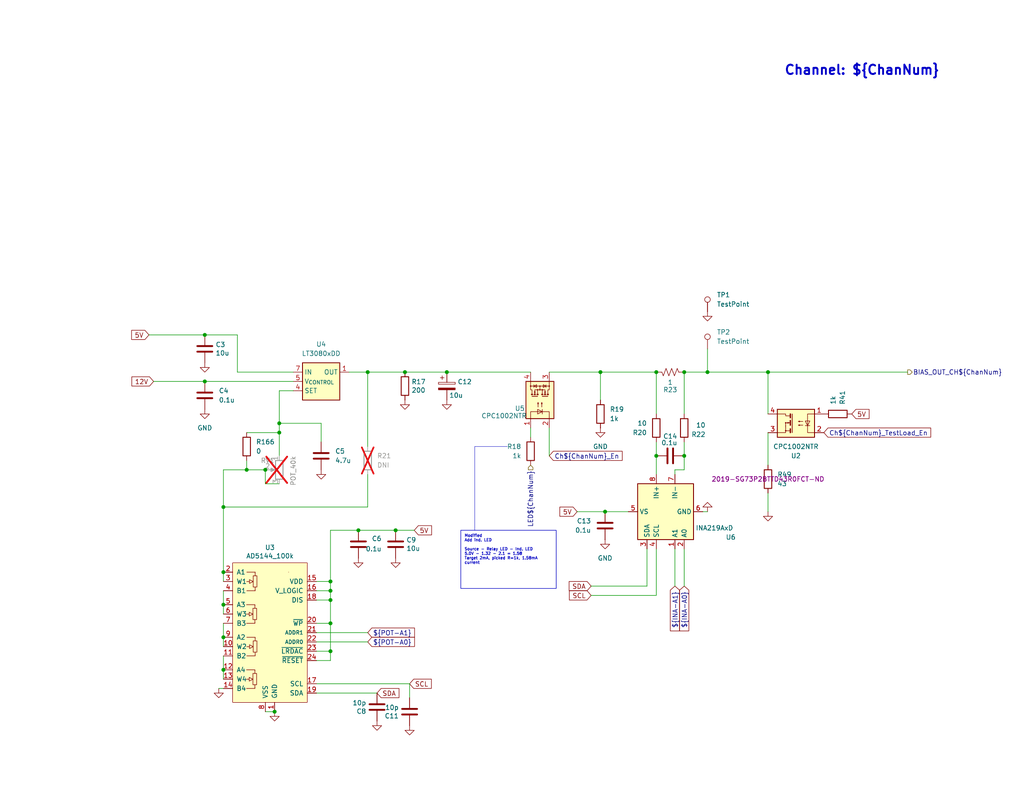
<source format=kicad_sch>
(kicad_sch (version 20250114) (generator "eeschema") (generator_version "9.0")
  (paper "USLetter")
  (title_block (title "PrimecamLNABiasPotVreg") (rev "3.0") (company "Arizona State University"))
  (lib_symbols
    (symbol "10p_1" (pin_numbers (hide yes)) (pin_names (offset 0.254))
      (property "Reference" "C" (at 0.635 2.54 0))
      (property "Value" "10p_1" (at 0.635 -2.54 0))
      (symbol "10p_1_1_1"
        (pin passive line (at 0 3.81 270) (length 2.794) (name "~") (number "1"))
        (pin passive line (at 0 -3.81 90) (length 2.794) (name "~") (number "2"))
      )
    )
    (symbol "10p_2" (pin_numbers (hide yes)) (pin_names (offset 0.254))
      (property "Reference" "C" (at 0.635 2.54 0))
      (property "Value" "10p_2" (at 0.635 -2.54 0))
      (symbol "10p_2_1_1"
        (pin passive line (at 0 3.81 270) (length 2.794) (name "~") (number "1"))
        (pin passive line (at 0 -3.81 90) (length 2.794) (name "~") (number "2"))
      )
    )
    (symbol "10u_1" (pin_numbers (hide yes)) (pin_names (offset 0.254))
      (property "Reference" "C8" (at 0 2.54 0))
      (property "Value" "10u_1" (at 0 -2.54 0))
      (symbol "10u_1_1_1"
        (pin passive line (at 0 3.81 270) (length 2.794) (name "~") (number "1"))
        (pin passive line (at 0 -3.81 90) (length 2.794) (name "~") (number "2"))
      )
    )
    (symbol "AD5144_100k_1" (pin_names (offset 1.016))
      (property "Reference" "U3" (at 0 14.351 0))
      (property "Value" "AD5144_100k" (at 0 12.0396 0))
      (symbol "AD5144_100k_1_1_1"
        (pin power_in line (at -12.7 5.08 0) (length 2.54) (name "VDD") (number "15"))
        (pin input line (at -12.7 2.54 0) (length 2.54) (name "V_LOGIC") (number "16"))
        (pin input line (at -12.7 0 0) (length 2.54) (name "DIS") (number "18"))
        (pin input line (at -12.7 -6.35 0) (length 2.54) (name "~{WP}") (number "20"))
        (pin input line (at -12.7 -8.89 0) (length 2.54) (name "ADDR1") (number "21"))
        (pin input line (at -12.7 -11.43 0) (length 2.54) (name "ADDR0") (number "22"))
        (pin input line (at -12.7 -13.97 0) (length 2.54) (name "~{LRDAC}") (number "23"))
        (pin input line (at -12.7 -16.51 0) (length 2.54) (name "~{RESET}") (number "24"))
        (pin input line (at -12.7 -22.86 0) (length 2.54) (name "SCL") (number "17"))
        (pin input line (at -12.7 -25.4 0) (length 2.54) (name "SDA") (number "19"))
        (pin power_in line (at -1.27 -30.48 90) (length 2.54) (name "GND") (number "1"))
        (pin power_in line (at -1.27 -30.48 90) (length 2.54) (hide yes) (name "PAD") (number "25"))
        (pin power_in line (at 1.27 -30.48 90) (length 2.54) (name "VSS") (number "8"))
        (pin passive line (at 12.7 7.62 180) (length 2.54) (name "A1") (number "2"))
        (pin passive line (at 12.7 5.08 180) (length 2.54) (name "W1") (number "3"))
        (pin passive line (at 12.7 2.54 180) (length 2.54) (name "B1") (number "4"))
        (pin passive line (at 12.7 -1.27 180) (length 2.54) (name "A3") (number "5"))
        (pin passive line (at 12.7 -3.81 180) (length 2.54) (name "W3") (number "6"))
        (pin passive line (at 12.7 -6.35 180) (length 2.54) (name "B3") (number "7"))
        (pin passive line (at 12.7 -10.16 180) (length 2.54) (name "A2") (number "9"))
        (pin passive line (at 12.7 -12.7 180) (length 2.54) (name "W2") (number "10"))
        (pin passive line (at 12.7 -15.24 180) (length 2.54) (name "B2") (number "11"))
        (pin passive line (at 12.7 -19.05 180) (length 2.54) (name "A4") (number "12"))
        (pin passive line (at 12.7 -21.59 180) (length 2.54) (name "W4") (number "13"))
        (pin passive line (at 12.7 -24.13 180) (length 2.54) (name "B4") (number "14"))
      )
    )
    (symbol "ALPACA:12K" (pin_numbers (hide yes)) (pin_names (offset 0))
      (property "Reference" "R?" (at -5.2578 0 90))
      (property "Value" "12K" (at -2.9464 0 90))
      (symbol "12K_1_1"
        (pin passive line (at 0 3.81 270) (length 1.27) (name "~") (number "1"))
        (pin passive line (at 0 -3.81 90) (length 1.27) (name "~") (number "2"))
      )
    )
    (symbol "ALPACA:C_Polarized" (pin_numbers (hide yes)) (pin_names (offset 0.254))
      (property "Reference" "C" (at 0.635 2.54 0))
      (symbol "C_Polarized_1_1"
        (pin passive line (at 0 3.81 270) (length 2.794) (name "~") (number "1"))
        (pin passive line (at 0 -3.81 90) (length 2.794) (name "~") (number "2"))
      )
    )
    (symbol "ALPACA:POT_100k" (pin_names (offset 1.016) (hide yes))
      (property "Reference" "RV1" (at 5.08 2.54 0))
      (property "Value" "POT_100k" (at -3.81 3.81 90))
      (symbol "POT_100k_1_1"
        (pin passive line (at 0 3.81 270) (length 1.27) (name "1") (number "1"))
        (pin passive line (at 0 -3.81 90) (length 1.27) (name "3") (number "3"))
        (pin passive line (at 3.81 0 180) (length 1.27) (name "2") (number "2"))
      )
    )
    (symbol "ASTHROS_IF_OUTPUT_AMP-rescue:0.1u-ASTHROS_IF_OUTPUT_AMP" (pin_numbers (hide yes)) (pin_names (offset 0.254))
      (property "Reference" "C" (at 0.635 2.54 0))
      (property "Value" "0.1u-ASTHROS_IF_OUTPUT_AMP" (at 0.635 -2.54 0))
      (symbol "0.1u-ASTHROS_IF_OUTPUT_AMP_1_1"
        (pin passive line (at 0 3.81 270) (length 2.794) (name "~") (number "1"))
        (pin passive line (at 0 -3.81 90) (length 2.794) (name "~") (number "2"))
      )
    )
    (symbol "AliCPT:INA219AxD"
      (property "Reference" "U62" (at 8.89 12.065 90))
      (property "Value" "INA219AxD" (at 11.43 9.525 90))
      (symbol "INA219AxD_1_1"
        (pin input line (at -10.16 2.54 0) (length 2.54) (name "IN+") (number "8"))
        (pin input line (at -10.16 -2.54 0) (length 2.54) (name "IN-") (number "7"))
        (pin power_in line (at 0 10.16 270) (length 2.54) (name "VS") (number "5"))
        (pin power_in line (at 0 -10.16 90) (length 2.54) (name "GND") (number "6"))
        (pin bidirectional line (at 10.16 5.08 180) (length 2.54) (name "SDA") (number "3"))
        (pin input line (at 10.16 2.54 180) (length 2.54) (name "SCL") (number "4"))
        (pin input line (at 10.16 -2.54 180) (length 2.54) (name "A1") (number "1"))
        (pin input line (at 10.16 -5.08 180) (length 2.54) (name "A0") (number "2"))
      )
    )
    (symbol "Connector:TestPoint" (pin_numbers (hide yes)) (pin_names (offset 0.762) (hide yes))
      (property "Reference" "TP" (at 0 6.858 0))
      (property "Value" "TestPoint" (at 0 5.08 0))
      (symbol "TestPoint_1_1"
        (pin passive line (at 0 0 90) (length 2.54) (name "1") (number "1"))
      )
    )
    (symbol "Device:C" (pin_numbers (hide yes)) (pin_names (offset 0.254))
      (property "Reference" "C" (at 0.635 2.54 0))
      (property "Value" "C" (at 0.635 -2.54 0))
      (symbol "C_1_1"
        (pin passive line (at 0 3.81 270) (length 2.794) (name "~") (number "1"))
        (pin passive line (at 0 -3.81 90) (length 2.794) (name "~") (number "2"))
      )
    )
    (symbol "Device:R" (pin_numbers (hide yes)) (pin_names (offset 0))
      (property "Reference" "R" (at 2.032 0 90))
      (property "Value" "R" (at 0 0 90))
      (symbol "R_1_1"
        (pin passive line (at 0 3.81 270) (length 1.27) (name "~") (number "1"))
        (pin passive line (at 0 -3.81 90) (length 1.27) (name "~") (number "2"))
      )
    )
    (symbol "Device:R_US" (pin_numbers (hide yes)) (pin_names (offset 0))
      (property "Reference" "R" (at 2.54 0 90))
      (property "Value" "R_US" (at -2.54 0 90))
      (symbol "R_US_1_1"
        (pin passive line (at 0 3.81 270) (length 1.27) (name "~") (number "1"))
        (pin passive line (at 0 -3.81 90) (length 1.27) (name "~") (number "2"))
      )
    )
    (symbol "GND_1" (power) (pin_numbers (hide yes)) (pin_names (offset 0) (hide yes))
      (property "Value" "GND" (at 0 -3.81 0))
      (symbol "GND_1_1_1"
        (pin power_in line (at 0 0 270) (length 0) (name "~") (number "1"))
      )
    )
    (symbol "GND_2" (power) (pin_numbers (hide yes)) (pin_names (offset 0) (hide yes))
      (property "Value" "GND" (at 0 -3.81 0))
      (symbol "GND_2_1_1"
        (pin power_in line (at 0 0 270) (length 0) (name "~") (number "1"))
      )
    )
    (symbol "LNA_Bias:AQY212G3HS"
      (property "Reference" "U5" (at 0 8.255 0))
      (property "Value" "AQY212G3HS" (at 0 5.9436 0))
      (symbol "AQY212G3HS_1_1"
        (pin passive line (at -7.62 2.54 0) (length 2.54) (name "~") (number "1"))
        (pin passive line (at -7.62 -2.54 0) (length 2.54) (name "~") (number "2"))
        (pin passive line (at 7.62 2.54 180) (length 2.54) (name "~") (number "4"))
        (pin passive line (at 7.62 -2.54 180) (length 2.54) (name "~") (number "3"))
      )
    )
    (symbol "LNA_Bias:CPC1002NTR"
      (property "Reference" "U5" (at 0 8.255 0))
      (property "Value" "CPC1002NTR" (at 0 5.9436 0))
      (symbol "CPC1002NTR_1_1"
        (pin passive line (at -7.62 2.54 0) (length 2.54) (name "~") (number "1"))
        (pin passive line (at -7.62 -2.54 0) (length 2.54) (name "~") (number "2"))
        (pin passive line (at 7.62 2.54 180) (length 2.54) (name "~") (number "4"))
        (pin passive line (at 7.62 -2.54 180) (length 2.54) (name "~") (number "3"))
      )
    )
    (symbol "Regulator_Linear:LT3080xDD"
      (property "Reference" "U" (at -4.445 6.35 0))
      (property "Value" "LT3080xDD" (at 10.16 6.35 0))
      (symbol "LT3080xDD_1_1"
        (pin power_in line (at -7.62 2.54 0) (length 2.54) (name "IN") (number "7"))
        (pin passive line (at -7.62 2.54 0) (length 2.54) (hide yes) (name "IN") (number "8"))
        (pin input line (at -7.62 0 0) (length 2.54) (name "V_{CONTROL}") (number "5"))
        (pin input line (at -7.62 -2.54 0) (length 2.54) (name "SET") (number "4"))
        (pin no_connect line (at 5.08 -2.54 180) (length 2.54) (hide yes) (name "NC") (number "6"))
        (pin power_out line (at 7.62 2.54 180) (length 2.54) (name "OUT") (number "1"))
        (pin passive line (at 7.62 2.54 180) (length 2.54) (hide yes) (name "OUT") (number "2"))
        (pin passive line (at 7.62 2.54 180) (length 2.54) (hide yes) (name "OUT") (number "3"))
        (pin passive line (at 7.62 2.54 180) (length 2.54) (hide yes) (name "OUT") (number "9"))
      )
    )
    (symbol "power:GND" (power) (pin_names (offset 0))
      (property "Value" "GND" (at 0 -3.81 0))
      (symbol "GND_1_1"
        (pin power_in line (at 0 0 270) (length 0) (hide yes) (name "GND") (number "1"))
      )
    )
  )
  (text "Channel: ${ChanNum}" (at 235.204 19.304 0) (effects (font (size 2.54 2.54) (thickness 0.508) (bold yes))))
  (text_box "Modified\nAdd ind. LED\n\nSource - Relay LED - Ind. LED\n5.0V - 1.32 - 2.1 = 1.58\nTarget 2mA, picked R=1k, 1.58mA current\n" (at 125.73 144.78 0) (size 26.035 15.875) (margins 0.9525 0.9525 0.9525 0.9525) (effects (font (size 0.762 0.762)) (justify left top)))
  (junction (at 90.17 170.18))
  (junction (at 60.96 156.21))
  (junction (at 90.17 177.8))
  (junction (at 55.88 104.14))
  (junction (at 55.88 91.44))
  (junction (at 90.17 163.83))
  (junction (at 76.2 115.57))
  (junction (at 74.93 194.31))
  (junction (at 67.31 128.27))
  (junction (at 179.07 101.6))
  (junction (at 121.92 101.6))
  (junction (at 90.17 158.75))
  (junction (at 100.33 101.6))
  (junction (at 60.96 138.43))
  (junction (at 193.04 101.6))
  (junction (at 110.49 101.6))
  (junction (at 76.2 118.11))
  (junction (at 72.39 128.27))
  (junction (at 186.69 101.6))
  (junction (at 179.07 124.46))
  (junction (at 186.69 124.46))
  (junction (at 60.96 173.99))
  (junction (at 163.83 101.6))
  (junction (at 165.1 139.7))
  (junction (at 90.17 161.29))
  (junction (at 60.96 182.88))
  (junction (at 209.55 101.6))
  (junction (at 97.79 144.78))
  (junction (at 60.96 165.1))
  (junction (at 107.95 144.78))
  (wire (pts (xy 184.15 128.27) (xy 184.15 129.54)))
  (wire (pts (xy 95.25 101.6) (xy 100.33 101.6)))
  (wire (pts (xy 60.96 165.1) (xy 60.96 167.64)))
  (wire (pts (xy 60.96 128.27) (xy 60.96 138.43)))
  (wire (pts (xy 113.03 144.78) (xy 107.95 144.78)))
  (wire (pts (xy 163.83 101.6) (xy 179.07 101.6)))
  (wire (pts (xy 64.77 91.44) (xy 64.77 101.6)))
  (wire (pts (xy 149.86 101.6) (xy 163.83 101.6)))
  (wire (pts (xy 149.86 124.46) (xy 149.86 116.84)))
  (wire (pts (xy 90.17 158.75) (xy 90.17 161.29)))
  (wire (pts (xy 171.45 139.7) (xy 165.1 139.7)))
  (wire (pts (xy 60.96 138.43) (xy 60.96 156.21)))
  (wire (pts (xy 179.07 129.54) (xy 179.07 124.46)))
  (wire (pts (xy 86.36 161.29) (xy 90.17 161.29)))
  (wire (pts (xy 179.07 162.56) (xy 179.07 149.86)))
  (wire (pts (xy 186.69 101.6) (xy 193.04 101.6)))
  (wire (pts (xy 90.17 177.8) (xy 90.17 180.34)))
  (wire (pts (xy 209.55 101.6) (xy 247.65 101.6)))
  (wire (pts (xy 90.17 163.83) (xy 90.17 161.29)))
  (wire (pts (xy 193.04 101.6) (xy 209.55 101.6)))
  (wire (pts (xy 86.36 189.23) (xy 102.87 189.23)))
  (wire (pts (xy 76.2 115.57) (xy 87.63 115.57)))
  (wire (pts (xy 60.96 128.27) (xy 67.31 128.27)))
  (wire (pts (xy 60.96 161.29) (xy 60.96 165.1)))
  (wire (pts (xy 67.31 128.27) (xy 72.39 128.27)))
  (wire (pts (xy 186.69 124.46) (xy 186.69 120.65)))
  (wire (pts (xy 76.2 132.08) (xy 72.39 132.08)))
  (wire (pts (xy 90.17 144.78) (xy 90.17 158.75)))
  (wire (pts (xy 163.83 101.6) (xy 163.83 109.22)))
  (wire (pts (xy 144.78 116.84) (xy 144.78 119.38)))
  (wire (pts (xy 55.88 104.14) (xy 80.01 104.14)))
  (wire (pts (xy 41.91 104.14) (xy 55.88 104.14)))
  (wire (pts (xy 179.07 124.46) (xy 179.07 120.65)))
  (wire (pts (xy 87.63 120.65) (xy 87.63 115.57)))
  (wire (pts (xy 90.17 163.83) (xy 90.17 170.18)))
  (wire (pts (xy 76.2 118.11) (xy 76.2 124.46)))
  (wire (pts (xy 55.88 91.44) (xy 64.77 91.44)))
  (wire (pts (xy 72.39 132.08) (xy 72.39 128.27)))
  (wire (pts (xy 193.04 139.7) (xy 191.77 139.7)))
  (wire (pts (xy 111.76 186.69) (xy 111.76 190.5)))
  (wire (pts (xy 90.17 170.18) (xy 86.36 170.18)))
  (wire (pts (xy 107.95 144.78) (xy 97.79 144.78)))
  (wire (pts (xy 90.17 180.34) (xy 86.36 180.34)))
  (wire (pts (xy 60.96 179.07) (xy 60.96 182.88)))
  (wire (pts (xy 193.04 95.25) (xy 193.04 101.6)))
  (wire (pts (xy 209.55 139.7) (xy 209.55 134.62)))
  (wire (pts (xy 60.96 182.88) (xy 60.96 185.42)))
  (wire (pts (xy 100.33 101.6) (xy 100.33 121.92)))
  (wire (pts (xy 76.2 115.57) (xy 76.2 118.11)))
  (wire (pts (xy 72.39 194.31) (xy 74.93 194.31)))
  (polyline (pts (xy 129.54 121.92) (xy 129.54 144.78)) (stroke (width 0.1016) (type solid)))
  (wire (pts (xy 86.36 163.83) (xy 90.17 163.83)))
  (wire (pts (xy 97.79 144.78) (xy 90.17 144.78)))
  (wire (pts (xy 86.36 177.8) (xy 90.17 177.8)))
  (wire (pts (xy 161.29 162.56) (xy 179.07 162.56)))
  (wire (pts (xy 184.15 160.02) (xy 184.15 149.86)))
  (wire (pts (xy 176.53 160.02) (xy 176.53 149.86)))
  (wire (pts (xy 40.64 91.44) (xy 55.88 91.44)))
  (wire (pts (xy 67.31 118.11) (xy 76.2 118.11)))
  (wire (pts (xy 80.01 106.68) (xy 76.2 106.68)))
  (wire (pts (xy 100.33 175.26) (xy 86.36 175.26)))
  (wire (pts (xy 186.69 160.02) (xy 186.69 149.86)))
  (wire (pts (xy 90.17 158.75) (xy 86.36 158.75)))
  (wire (pts (xy 161.29 160.02) (xy 176.53 160.02)))
  (wire (pts (xy 121.92 101.6) (xy 144.78 101.6)))
  (wire (pts (xy 165.1 139.7) (xy 157.48 139.7)))
  (polyline (pts (xy 129.54 121.92) (xy 138.43 121.92)) (stroke (width 0.1016) (type solid)))
  (wire (pts (xy 184.15 128.27) (xy 186.69 128.27)))
  (wire (pts (xy 209.55 118.11) (xy 209.55 127)))
  (wire (pts (xy 100.33 138.43) (xy 60.96 138.43)))
  (wire (pts (xy 90.17 170.18) (xy 90.17 177.8)))
  (wire (pts (xy 209.55 101.6) (xy 209.55 113.03)))
  (wire (pts (xy 60.96 156.21) (xy 60.96 158.75)))
  (wire (pts (xy 100.33 129.54) (xy 100.33 138.43)))
  (wire (pts (xy 186.69 101.6) (xy 186.69 113.03)))
  (wire (pts (xy 60.96 173.99) (xy 60.96 176.53)))
  (wire (pts (xy 64.77 101.6) (xy 80.01 101.6)))
  (wire (pts (xy 179.07 101.6) (xy 179.07 113.03)))
  (wire (pts (xy 59.69 187.96) (xy 60.96 187.96)))
  (wire (pts (xy 76.2 106.68) (xy 76.2 115.57)))
  (wire (pts (xy 86.36 186.69) (xy 111.76 186.69)))
  (wire (pts (xy 121.92 101.6) (xy 110.49 101.6)))
  (wire (pts (xy 100.33 172.72) (xy 86.36 172.72)))
  (wire (pts (xy 60.96 170.18) (xy 60.96 173.99)))
  (wire (pts (xy 186.69 128.27) (xy 186.69 124.46)))
  (wire (pts (xy 67.31 125.73) (xy 67.31 128.27)))
  (wire (pts (xy 100.33 101.6) (xy 110.49 101.6)))
  (global_label "SDA" (shape input) (at 161.29 160.02 180) (property "Intersheetrefs" "${INTERSHEET_REFS}" (effects (hide yes))))
  (global_label "SDA" (shape input) (at 102.87 189.23 0) (property "Intersheetrefs" "${INTERSHEET_REFS}" (effects (hide yes))))
  (global_label "5V" (shape input) (at 113.03 144.78 0) (property "Intersheetrefs" "${INTERSHEET_REFS}" (effects (hide yes))))
  (global_label "Ch${ChanNum}_En" (shape input) (at 149.86 124.46 0) (property "Intersheetrefs" "${INTERSHEET_REFS}" (effects (hide yes))))
  (global_label "SCL" (shape input) (at 111.76 186.69 0) (property "Intersheetrefs" "${INTERSHEET_REFS}" (effects (hide yes))))
  (global_label "${INA-A1}" (shape input) (at 184.15 160.02 270) (property "Intersheetrefs" "${INTERSHEET_REFS}" (effects (hide yes))))
  (global_label "5V" (shape input) (at 157.48 139.7 180) (property "Intersheetrefs" "${INTERSHEET_REFS}" (effects (hide yes))))
  (global_label "5V" (shape input) (at 232.41 113.03 0) (property "Intersheetrefs" "${INTERSHEET_REFS}" (effects (hide yes))))
  (global_label "12V" (shape input) (at 41.91 104.14 180) (property "Intersheetrefs" "${INTERSHEET_REFS}" (effects (hide yes))))
  (global_label "${INA-A0}" (shape input) (at 186.69 160.02 270) (property "Intersheetrefs" "${INTERSHEET_REFS}" (effects (hide yes))))
  (global_label "SCL" (shape input) (at 161.29 162.56 180) (property "Intersheetrefs" "${INTERSHEET_REFS}" (effects (hide yes))))
  (global_label "${POT-A0}" (shape input) (at 100.33 175.26 0) (property "Intersheetrefs" "${INTERSHEET_REFS}" (effects (hide yes))))
  (global_label "5V" (shape input) (at 40.64 91.44 180) (property "Intersheetrefs" "${INTERSHEET_REFS}" (effects (hide yes))))
  (global_label "Ch${ChanNum}_TestLoad_En" (shape input) (at 224.79 118.11 0) (property "Intersheetrefs" "${INTERSHEET_REFS}" (effects (hide yes))))
  (global_label "${POT-A1}" (shape input) (at 100.33 172.72 0) (property "Intersheetrefs" "${INTERSHEET_REFS}" (effects (hide yes))))
  (hierarchical_label "BIAS_OUT_CH${ChanNum}" (shape output) (at 247.65 101.6 0))
  (hierarchical_label "LED${ChanNum}" (shape input) (at 144.78 127 270))
  (symbol (lib_id "Device:C") (at 182.88 124.46 270) (mirror x) (unit 1)
    (property "Reference" "C14" (at 182.88 119.126 90))
    (property "Value" "0.1u" (at 182.626 120.904 90))
    (property "Footprint" "Capacitor_SMD:C_0402_1005Metric" (effects (hide yes)))
    (property "Datasheet" "https://www.mouser.com/ProductDetail/Taiyo-Yuden/EMF105B7104KVHF?qs=sGAEpiMZZMsh%252B1woXyUXj3%2F0vCYPokIkqv0O2gxb7DM%3D" (effects (hide yes)))
    (property "Description" "Unpolarized capacitor" (effects (hide yes)))
    (property "Mouser" "963-EMF105B7104KVHF" (effects (hide yes)))
    (property "LCSC Part #" "C1525" (effects (hide yes)))
    (property "Part" "CL05B104KO5NNNC" (effects (hide yes)))
    (instances (project "primecamLNABiasPotVreg" (path "" (reference "C14") (unit 1)) (path "" (reference "C66") (unit 1)) (path "" (reference "C89") (unit 1)) (path "" (reference "C111") (unit 1)) (path "" (reference "C88") (unit 1)) (path "" (reference "C110") (unit 1)) (path "" (reference "C67") (unit 1)) (path "" (reference "C23") (unit 1))))
  )
  (symbol (lib_id "Regulator_Linear:LT3080xDD") (at 87.63 104.14 0) (unit 1)
    (property "Reference" "U4" (at 87.63 93.98 0))
    (property "Value" "LT3080xDD" (at 87.63 96.52 0))
    (property "Footprint" "Package_DFN_QFN:DFN-8-1EP_3x3mm_P0.5mm_EP1.66x2.38mm" (effects (hide yes)))
    (property "Datasheet" "https://www.analog.com/media/en/technical-documentation/data-sheets/3080fc.pdf" (effects (hide yes)))
    (property "Description" "Adjustable 1.1A Single Resistor Low Dropout Regulator, DFN-8" (effects (hide yes)))
    (property "Link" "https://www.mouser.com/ProductDetail/Analog-Devices/LT3080EDD-1TRPBF?qs=hVkxg5c3xu%2F3H2mzAs8Yaw%3D%3D" (effects (hide yes)))
    (property "Mouser" "584-LT3080EDD-1TRPBF" (effects (hide yes)))
    (property "LCSC Part #" "C462675" (effects (hide yes)))
    (property "Part" "LT3080EDD#TRPBF" (effects (hide yes)))
    (instances (project "primecamLNABiasPotVreg" (path "" (reference "U4") (unit 1)) (path "" (reference "U26") (unit 1)) (path "" (reference "U37") (unit 1)) (path "" (reference "U47") (unit 1)) (path "" (reference "U36") (unit 1)) (path "" (reference "U46") (unit 1)) (path "" (reference "U27") (unit 1)) (path "" (reference "U9") (unit 1))))
  )
  (symbol (lib_id "power:GND") (at 87.63 128.27 0) (unit 1)
    (property "Reference" "#PWR09" (effects (hide yes)))
    (property "Value" "GND" (effects (hide yes)))
    (instances (project "primecamLNABiasPotVreg" (path "" (reference "#PWR09") (unit 1)) (path "" (reference "#PWR098") (unit 1)) (path "" (reference "#PWR0135") (unit 1)) (path "" (reference "#PWR0173") (unit 1)) (path "" (reference "#PWR0136") (unit 1)) (path "" (reference "#PWR0174") (unit 1)) (path "" (reference "#PWR097") (unit 1)) (path "" (reference "#PWR030") (unit 1))))
  )
  (symbol (lib_id "ALPACA:C_Polarized") (at 121.92 105.41 0) (unit 1)
    (property "Reference" "C12" (at 124.841 104.2416 0) (effects (justify left)))
    (property "Value" "10u" (at 122.555 107.95 0) (effects (justify left)))
    (property "Footprint" "primecamLNABiasPotVreg:Cap_b_1411" (effects (hide yes)))
    (property "Datasheet" "https://www.vishay.com/docs/40080/tr3.pdf" (effects (hide yes)))
    (property "Link" "https://www.digikey.com/en/products/detail/vishay-sprague/TR3B106K025C0450/2259917" (effects (hide yes)))
    (property "LCSC Part #" "C1952910" (effects (hide yes)))
    (property "Part" "T494B106M016AT" (effects (hide yes)))
    (instances (project "primecamLNABiasPotVreg" (path "" (reference "C12") (unit 1)) (path "" (reference "C62") (unit 1)) (path "" (reference "C85") (unit 1)) (path "" (reference "C107") (unit 1)) (path "" (reference "C84") (unit 1)) (path "" (reference "C106") (unit 1)) (path "" (reference "C63") (unit 1)) (path "" (reference "C21") (unit 1))))
  )
  (symbol (lib_name "10u_1") (lib_id "ALPACA:10u") (at 55.88 95.25 0) (unit 1)
    (property "Reference" "C3" (at 58.801 94.0816 0) (effects (justify left)))
    (property "Value" "10u" (at 58.801 96.393 0) (effects (justify left)))
    (property "Footprint" "Capacitor_SMD:C_0603_1608Metric" (effects (hide yes)))
    (property "Datasheet" "https://www.mouser.com/ProductDetail/KYOCERA-AVX/0603YD106MAT2A?qs=%252BdQmOuGyFcGTGabFXpuZrg%3D%3D" (effects (hide yes)))
    (property "Mouser" "581-0603YD106MAT2A " (effects (hide yes)))
    (property "LCSC Part #" "C19702" (effects (hide yes)))
    (property "Part" "CL10A106KP8NNNC" (effects (hide yes)))
    (instances (project "primecamLNABiasPotVreg" (path "" (reference "C3") (unit 1)) (path "" (reference "C46") (unit 1)) (path "" (reference "C69") (unit 1)) (path "" (reference "C91") (unit 1)) (path "" (reference "C68") (unit 1)) (path "" (reference "C90") (unit 1)) (path "" (reference "C47") (unit 1)) (path "" (reference "C7") (unit 1))))
  )
  (symbol (lib_id "Connector:TestPoint") (at 193.04 95.25 0) (unit 1)
    (property "Reference" "TP2" (at 195.58 90.6779 0) (effects (justify left)))
    (property "Value" "TestPoint" (at 195.58 93.2179 0) (effects (justify left)))
    (property "Footprint" "TestPoint:TestPoint_Keystone_5005-5009_Compact" (effects (hide yes)))
    (property "Datasheet" "https://www.mouser.com/ProductDetail/Keystone-Electronics/5006?qs=q0tsjPZWdm99DN5QVOwb8g%3D%3D" (effects (hide yes)))
    (property "Description" "test point" (effects (hide yes)))
    (property "Mouser" "534-5005" (effects (hide yes)))
    (property "LCSC Part #" "C2906763" (effects (hide yes)))
    (property "Part" "5005" (effects (hide yes)))
    (instances (project "primecamLNABiasPotVreg" (path "" (reference "TP2") (unit 1)) (path "" (reference "TP15") (unit 1)) (path "" (reference "TP18") (unit 1)) (path "" (reference "TP22") (unit 1)) (path "" (reference "TP19") (unit 1)) (path "" (reference "TP23") (unit 1)) (path "" (reference "TP14") (unit 1)) (path "" (reference "TP7") (unit 1))))
  )
  (symbol (lib_name "GND_1") (lib_id "power:GND") (at 165.1 147.32 0) (mirror y) (unit 1)
    (property "Reference" "#PWR019" (effects (hide yes)))
    (property "Value" "GND" (at 165.1 152.4 0))
    (property "Description" "Power symbol creates a global label with name \"GND\" , ground" (effects (hide yes)))
    (instances (project "primecamLNABiasPotVreg" (path "" (reference "#PWR019") (unit 1)) (path "" (reference "#PWR0115") (unit 1)) (path "" (reference "#PWR0154") (unit 1)) (path "" (reference "#PWR0192") (unit 1)) (path "" (reference "#PWR0153") (unit 1)) (path "" (reference "#PWR0191") (unit 1)) (path "" (reference "#PWR0116") (unit 1)) (path "" (reference "#PWR039") (unit 1))))
  )
  (symbol (lib_id "ASTHROS_IF_OUTPUT_AMP-rescue:0.1u-ASTHROS_IF_OUTPUT_AMP") (at 97.79 148.59 180) (unit 1)
    (property "Reference" "C6" (at 104.14 147.066 0) (effects (justify left)))
    (property "Value" "0.1u" (at 104.14 149.86 0) (effects (justify left)))
    (property "Footprint" "Capacitor_SMD:C_0402_1005Metric" (effects (hide yes)))
    (property "Datasheet" "https://www.mouser.com/ProductDetail/Taiyo-Yuden/EMF105B7104KVHF?qs=sGAEpiMZZMsh%252B1woXyUXj3%2F0vCYPokIkqv0O2gxb7DM%3D" (effects (hide yes)))
    (property "Mouser" "963-EMF105B7104KVHF" (effects (hide yes)))
    (property "LCSC Part #" "C1525" (effects (hide yes)))
    (property "Part" "CL05B104KO5NNNC" (effects (hide yes)))
    (instances (project "primecamLNABiasPotVreg" (path "" (reference "C6") (unit 1)) (path "" (reference "C54") (unit 1)) (path "" (reference "C77") (unit 1)) (path "" (reference "C99") (unit 1)) (path "" (reference "C76") (unit 1)) (path "" (reference "C98") (unit 1)) (path "" (reference "C55") (unit 1)) (path "" (reference "C17") (unit 1))))
  )
  (symbol (lib_id "Device:R") (at 100.33 125.73 0) (unit 1) (dnp yes)
    (property "Reference" "R21" (at 102.87 124.4599 0) (effects (justify left)))
    (property "Value" "DNI" (at 102.87 126.9999 0) (effects (justify left)))
    (property "Footprint" "Resistor_SMD:R_0603_1608Metric" (effects (hide yes)))
    (property "Description" "Resistor" (effects (hide yes)))
    (instances (project "primecamLNABiasPotVreg" (path "" (reference "R21") (unit 1)) (path "" (reference "R91") (unit 1)) (path "" (reference "R121") (unit 1)) (path "" (reference "R152") (unit 1)) (path "" (reference "R122") (unit 1)) (path "" (reference "R153") (unit 1)) (path "" (reference "R90") (unit 1)) (path "" (reference "R32") (unit 1))))
  )
  (symbol (lib_name "GND_1") (lib_id "power:GND") (at 55.88 111.76 0) (unit 1)
    (property "Reference" "#PWR06" (effects (hide yes)))
    (property "Value" "GND" (at 55.88 116.84 0))
    (property "Description" "Power symbol creates a global label with name \"GND\" , ground" (effects (hide yes)))
    (instances (project "primecamLNABiasPotVreg" (path "" (reference "#PWR06") (unit 1)) (path "" (reference "#PWR089") (unit 1)) (path "" (reference "#PWR0127") (unit 1)) (path "" (reference "#PWR0166") (unit 1)) (path "" (reference "#PWR0128") (unit 1)) (path "" (reference "#PWR0165") (unit 1)) (path "" (reference "#PWR090") (unit 1)) (path "" (reference "#PWR026") (unit 1))))
  )
  (symbol (lib_name "AD5144_100k_1") (lib_id "ALPACA:AD5144_100k") (at 73.66 163.83 0) (mirror y) (unit 1)
    (property "Reference" "U3" (at 73.66 149.479 0))
    (property "Value" "AD5144_100k" (at 73.66 151.7904 0))
    (property "Footprint" "Package_CSP:LFCSP-24-1EP_4x4mm_P0.5mm_EP2.3x2.3mm" (effects (hide yes)))
    (property "Datasheet" "https://www.analog.com/media/en/technical-documentation/data-sheets/AD5124_5144_5144A.pdf" (effects (hide yes)))
    (property "Link" "https://www.mouser.com/ProductDetail/Analog-Devices/AD5144BCPZ100-RL7?qs=NmRFExCfTkExfONa7ncNkw%3D%3D" (effects (hide yes)))
    (property "LCSC Part #" "C577979" (effects (hide yes)))
    (property "Part" "AD5144BCPZ100-RL7" (effects (hide yes)))
    (instances (project "primecamLNABiasPotVreg" (path "" (reference "U3") (unit 1)) (path "" (reference "U24") (unit 1)) (path "" (reference "U35") (unit 1)) (path "" (reference "U45") (unit 1)) (path "" (reference "U34") (unit 1)) (path "" (reference "U44") (unit 1)) (path "" (reference "U25") (unit 1)) (path "" (reference "U8") (unit 1))))
  )
  (symbol (lib_id "ALPACA:POT_100k") (at 76.2 128.27 0) (mirror y) (unit 1) (dnp yes)
    (property "Reference" "RV1" (at 71.12 125.73 0) (effects (justify right)))
    (property "Value" "POT_40k" (at 80.01 124.46 90) (effects (justify right)))
    (property "Footprint" "Potentiometer_SMD:Potentiometer_Bourns_3224W_Vertical" (effects (hide yes)))
    (instances (project "primecamLNABiasPotVreg" (path "" (reference "RV1") (unit 1)) (path "" (reference "RV5") (unit 1)) (path "" (reference "RV8") (unit 1)) (path "" (reference "RV10") (unit 1)) (path "" (reference "RV7") (unit 1)) (path "" (reference "RV9") (unit 1)) (path "" (reference "RV6") (unit 1)) (path "" (reference "RV2") (unit 1))))
  )
  (symbol (lib_id "power:GND") (at 193.04 139.7 0) (mirror x) (unit 1)
    (property "Reference" "#PWR022" (effects (hide yes)))
    (property "Value" "GND" (effects (hide yes)))
    (instances (project "primecamLNABiasPotVreg" (path "" (reference "#PWR022") (unit 1)) (path "" (reference "#PWR0121") (unit 1)) (path "" (reference "#PWR0160") (unit 1)) (path "" (reference "#PWR0198") (unit 1)) (path "" (reference "#PWR0159") (unit 1)) (path "" (reference "#PWR0197") (unit 1)) (path "" (reference "#PWR0122") (unit 1)) (path "" (reference "#PWR042") (unit 1))))
  )
  (symbol (lib_id "LNA_Bias:AQY212G3HS") (at 147.32 109.22 90) (unit 1)
    (property "Reference" "U5" (at 140.462 111.506 90) (effects (justify right)))
    (property "Value" "CPC1002NTR" (at 131.318 113.538 90) (effects (justify right)))
    (property "Footprint" "Package_SO:SOP-4_3.8x4.1mm_P2.54mm" (effects (hide yes)))
    (property "Datasheet" "https://www.littelfuse.com/assetdocs/littelfuse-integrated-circuits-cpc1002n-datasheet?assetguid=e3f473b5-dc7a-4246-906b-83ecf53ecf01" (effects (hide yes)))
    (property "Description" "SSR RELAY SPST-NO 700MA 0-60V" (effects (hide yes)))
    (property "Link" "https://www.digikey.com/en/products/detail/littelfuse-inc/CPC1002NTR/1023460?s=N4IgTCBcDaIMIAU4EYAMqwDkAqAlEAugL5A" (effects (hide yes)))
    (property "Mouser" "849-CPC1002NTR " (effects (hide yes)))
    (property "LCSC Part #" "C5359028" (effects (hide yes)))
    (property "Part" "CPC1002NTR" (effects (hide yes)))
    (instances (project "primecamLNABiasPotVreg" (path "" (reference "U5") (unit 1)) (path "" (reference "U28") (unit 1)) (path "" (reference "U39") (unit 1)) (path "" (reference "U49") (unit 1)) (path "" (reference "U38") (unit 1)) (path "" (reference "U48") (unit 1)) (path "" (reference "U29") (unit 1)) (path "" (reference "U10") (unit 1))))
  )
  (symbol (lib_name "10p_1") (lib_id "ALPACA:10p") (at 111.76 194.31 180) (unit 1)
    (property "Reference" "C11" (at 108.839 195.4784 0) (effects (justify left)))
    (property "Value" "10p" (at 108.839 193.167 0) (effects (justify left)))
    (property "Footprint" "Capacitor_SMD:C_0402_1005Metric" (effects (hide yes)))
    (property "Datasheet" "https://www.mouser.com/ProductDetail/KYOCERA-AVX/KAM05ACG1H100JH?qs=Jm2GQyTW%2FbiHfczzsLAgyQ%3D%3D" (effects (hide yes)))
    (property "Mouser" "581-KAM05ACG1H100JH" (effects (hide yes)))
    (property "LCSC Part #" "C32949" (effects (hide yes)))
    (property "Part" "CL05C100JB5NNNC" (effects (hide yes)))
    (instances (project "primecamLNABiasPotVreg" (path "" (reference "C11") (unit 1)) (path "" (reference "C60") (unit 1)) (path "" (reference "C83") (unit 1)) (path "" (reference "C105") (unit 1)) (path "" (reference "C82") (unit 1)) (path "" (reference "C104") (unit 1)) (path "" (reference "C61") (unit 1)) (path "" (reference "C20") (unit 1))))
  )
  (symbol (lib_id "Device:R") (at 179.07 116.84 180) (unit 1)
    (property "Reference" "R20" (at 176.53 118.1101 0) (effects (justify left)))
    (property "Value" "10" (at 176.53 115.5701 0) (effects (justify left)))
    (property "Footprint" "Resistor_SMD:R_0603_1608Metric" (effects (hide yes)))
    (property "Datasheet" "https://www.mouser.com/ProductDetail/Vishay-Dale/TNPW060310R0BETA?qs=sGAEpiMZZMtG0KNrPCHnjb%2FgGM0MlnUEtuPk6Olsdmc%3D" (effects (hide yes)))
    (property "Description" "Resistor" (effects (hide yes)))
    (property "Mouser" "71-TNPW060310R0BETA" (effects (hide yes)))
    (property "LCSC Part #" "C22859" (effects (hide yes)))
    (property "Part" "0603WAF100JT5E" (effects (hide yes)))
    (instances (project "primecamLNABiasPotVreg" (path "" (reference "R20") (unit 1)) (path "" (reference "R99") (unit 1)) (path "" (reference "R129") (unit 1)) (path "" (reference "R160") (unit 1)) (path "" (reference "R130") (unit 1)) (path "" (reference "R161") (unit 1)) (path "" (reference "R98") (unit 1)) (path "" (reference "R36") (unit 1))))
  )
  (symbol (lib_id "power:GND") (at 102.87 196.85 0) (mirror y) (unit 1)
    (property "Reference" "#PWR012" (effects (hide yes)))
    (property "Value" "GND" (effects (hide yes)))
    (instances (project "primecamLNABiasPotVreg" (path "" (reference "#PWR012") (unit 1)) (path "" (reference "#PWR0102") (unit 1)) (path "" (reference "#PWR0139") (unit 1)) (path "" (reference "#PWR0177") (unit 1)) (path "" (reference "#PWR0140") (unit 1)) (path "" (reference "#PWR0178") (unit 1)) (path "" (reference "#PWR0101") (unit 1)) (path "" (reference "#PWR032") (unit 1))))
  )
  (symbol (lib_id "AliCPT:INA219AxD") (at 181.61 139.7 90) (mirror x) (unit 1)
    (property "Reference" "U6" (at 199.39 146.685 90))
    (property "Value" "INA219AxD" (at 194.945 144.145 90))
    (property "Footprint" "Package_SO:SOIC-8_3.9x4.9mm_P1.27mm" (effects (hide yes)))
    (property "Datasheet" "https://www.ti.com/general/docs/suppproductinfo.tsp?distId=26&gotoUrl=https://www.ti.com/lit/gpn/ina219" (effects (hide yes)))
    (property "Link" "https://www.mouser.com/ProductDetail/Texas-Instruments/INA219BIDR?qs=1WmUhT%2FVMINyGsXNJcdD5Q%3D%3D" (effects (hide yes)))
    (property "Mouser" "595-INA219BIDR" (effects (hide yes)))
    (property "LCSC Part #" "C138706" (effects (hide yes)))
    (property "Part" "INA219AIDR" (effects (hide yes)))
    (instances (project "primecamLNABiasPotVreg" (path "" (reference "U6") (unit 1)) (path "" (reference "U30") (unit 1)) (path "" (reference "U41") (unit 1)) (path "" (reference "U51") (unit 1)) (path "" (reference "U40") (unit 1)) (path "" (reference "U50") (unit 1)) (path "" (reference "U31") (unit 1)) (path "" (reference "U11") (unit 1))))
  )
  (symbol (lib_id "power:GND") (at 121.92 109.22 0) (unit 1)
    (property "Reference" "#PWR018" (effects (hide yes)))
    (property "Value" "GND" (effects (hide yes)))
    (instances (project "primecamLNABiasPotVreg" (path "" (reference "#PWR018") (unit 1)) (path "" (reference "#PWR0111") (unit 1)) (path "" (reference "#PWR0150") (unit 1)) (path "" (reference "#PWR0188") (unit 1)) (path "" (reference "#PWR0149") (unit 1)) (path "" (reference "#PWR0187") (unit 1)) (path "" (reference "#PWR0112") (unit 1)) (path "" (reference "#PWR037") (unit 1))))
  )
  (symbol (lib_name "GND_2") (lib_id "power:GND") (at 163.83 116.84 0) (unit 1)
    (property "Reference" "#PWR020" (effects (hide yes)))
    (property "Value" "GND" (at 163.83 121.92 0))
    (property "Description" "Power symbol creates a global label with name \"GND\" , ground" (effects (hide yes)))
    (instances (project "primecamLNABiasPotVreg" (path "" (reference "#PWR020") (unit 1)) (path "" (reference "#PWR0113") (unit 1)) (path "" (reference "#PWR0152") (unit 1)) (path "" (reference "#PWR0190") (unit 1)) (path "" (reference "#PWR0151") (unit 1)) (path "" (reference "#PWR0189") (unit 1)) (path "" (reference "#PWR0114") (unit 1)) (path "" (reference "#PWR038") (unit 1))))
  )
  (symbol (lib_id "Connector:TestPoint") (at 193.04 85.09 0) (unit 1)
    (property "Reference" "TP1" (at 195.58 80.5179 0) (effects (justify left)))
    (property "Value" "TestPoint" (at 195.58 83.0579 0) (effects (justify left)))
    (property "Footprint" "TestPoint:TestPoint_Keystone_5005-5009_Compact" (effects (hide yes)))
    (property "Datasheet" "https://www.mouser.com/ProductDetail/Keystone-Electronics/5006?qs=q0tsjPZWdm99DN5QVOwb8g%3D%3D" (effects (hide yes)))
    (property "Description" "test point" (effects (hide yes)))
    (property "Mouser" "534-5006 " (effects (hide yes)))
    (property "LCSC Part #" "C5199811" (effects (hide yes)))
    (property "Part" "RH-5006" (effects (hide yes)))
    (instances (project "primecamLNABiasPotVreg" (path "" (reference "TP1") (unit 1)) (path "" (reference "TP12") (unit 1)) (path "" (reference "TP17") (unit 1)) (path "" (reference "TP21") (unit 1)) (path "" (reference "TP16") (unit 1)) (path "" (reference "TP20") (unit 1)) (path "" (reference "TP13") (unit 1)) (path "" (reference "TP3") (unit 1))))
  )
  (symbol (lib_id "Device:C") (at 165.1 143.51 0) (mirror y) (unit 1)
    (property "Reference" "C13" (at 161.29 142.2399 0) (effects (justify left)))
    (property "Value" "0.1u" (at 161.29 144.7799 0) (effects (justify left)))
    (property "Footprint" "Capacitor_SMD:C_0402_1005Metric" (effects (hide yes)))
    (property "Datasheet" "https://www.mouser.com/ProductDetail/Taiyo-Yuden/EMF105B7104KVHF?qs=sGAEpiMZZMsh%252B1woXyUXj3%2F0vCYPokIkqv0O2gxb7DM%3D" (effects (hide yes)))
    (property "Description" "Unpolarized capacitor" (effects (hide yes)))
    (property "Mouser" "963-EMF105B7104KVHF" (effects (hide yes)))
    (property "LCSC Part #" "C1525" (effects (hide yes)))
    (property "Part" "CL05B104KO5NNNC" (effects (hide yes)))
    (instances (project "primecamLNABiasPotVreg" (path "" (reference "C13") (unit 1)) (path "" (reference "C64") (unit 1)) (path "" (reference "C87") (unit 1)) (path "" (reference "C109") (unit 1)) (path "" (reference "C86") (unit 1)) (path "" (reference "C108") (unit 1)) (path "" (reference "C65") (unit 1)) (path "" (reference "C22") (unit 1))))
  )
  (symbol (lib_id "ALPACA:12K") (at 110.49 105.41 0) (unit 1)
    (property "Reference" "R17" (at 112.268 104.2416 0) (effects (justify left)))
    (property "Value" "200" (at 112.268 106.553 0) (effects (justify left)))
    (property "Footprint" "Resistor_SMD:R_0603_1608Metric" (effects (hide yes)))
    (property "Datasheet" "https://www.mouser.com/datasheet/2/348/sdr_e-3009658.pdf" (effects (hide yes)))
    (property "Link" "https://www.mouser.com/ProductDetail/ROHM-Semiconductor/SDR03EZPD1202?qs=sGAEpiMZZMtlubZbdhIBIK8AeiPKd8jIoy4oqyiIkjY%3D" (effects (hide yes)))
    (property "Mouser" "755-SDR03EZPD1202" (effects (hide yes)))
    (property "LCSC Part #" "C8218" (effects (hide yes)))
    (property "Part" "0603WAF2000T5E" (effects (hide yes)))
    (instances (project "primecamLNABiasPotVreg" (path "" (reference "R17") (unit 1)) (path "" (reference "R92") (unit 1)) (path "" (reference "R123") (unit 1)) (path "" (reference "R155") (unit 1)) (path "" (reference "R124") (unit 1)) (path "" (reference "R154") (unit 1)) (path "" (reference "R93") (unit 1)) (path "" (reference "R33") (unit 1))))
  )
  (symbol (lib_id "power:GND") (at 59.69 187.96 0) (mirror y) (unit 1)
    (property "Reference" "#PWR07" (effects (hide yes)))
    (property "Value" "GND" (effects (hide yes)))
    (instances (project "primecamLNABiasPotVreg" (path "" (reference "#PWR07") (unit 1)) (path "" (reference "#PWR091") (unit 1)) (path "" (reference "#PWR0130") (unit 1)) (path "" (reference "#PWR0168") (unit 1)) (path "" (reference "#PWR0129") (unit 1)) (path "" (reference "#PWR0167") (unit 1)) (path "" (reference "#PWR092") (unit 1)) (path "" (reference "#PWR027") (unit 1))))
  )
  (symbol (lib_id "power:GND") (at 193.04 85.09 0) (unit 1)
    (property "Reference" "#PWR023" (effects (hide yes)))
    (property "Value" "GND" (effects (hide yes)))
    (instances (project "primecamLNABiasPotVreg" (path "" (reference "#PWR023") (unit 1)) (path "" (reference "#PWR0119") (unit 1)) (path "" (reference "#PWR0158") (unit 1)) (path "" (reference "#PWR0196") (unit 1)) (path "" (reference "#PWR0157") (unit 1)) (path "" (reference "#PWR0195") (unit 1)) (path "" (reference "#PWR0120") (unit 1)) (path "" (reference "#PWR041") (unit 1))))
  )
  (symbol (lib_id "Device:R") (at 228.6 113.03 270) (mirror x) (unit 1)
    (property "Reference" "R41" (at 229.8701 110.49 0) (effects (justify left)))
    (property "Value" "1k" (at 227.3301 110.49 0) (effects (justify left)))
    (property "Footprint" "Resistor_SMD:R_0603_1608Metric" (effects (hide yes)))
    (property "Datasheet" "https://www.mouser.com/ProductDetail/TE-Connectivity-Holsworthy/CPF0603F3K65C1?qs=sGAEpiMZZMtG0KNrPCHnjay8%2FFDDpf%252B%2Fl3clexLRP1o%3D" (effects (hide yes)))
    (property "Description" "Resistor" (effects (hide yes)))
    (property "Mouser" "279-CPF0603F3K65C1 " (effects (hide yes)))
    (property "LCSC Part #" "C21190" (effects (hide yes)))
    (property "Part" "0603WAF1001T5E" (effects (hide yes)))
    (instances (project "primecamLNABiasPotVreg" (path "" (reference "R41") (unit 1)) (path "" (reference "R45") (unit 1)) (path "" (reference "R43") (unit 1)) (path "" (reference "R48") (unit 1)) (path "" (reference "R44") (unit 1)) (path "" (reference "R47") (unit 1)) (path "" (reference "R46") (unit 1)) (path "" (reference "R42") (unit 1))))
  )
  (symbol (lib_id "power:GND") (at 111.76 198.12 0) (mirror y) (unit 1)
    (property "Reference" "#PWR016" (effects (hide yes)))
    (property "Value" "GND" (effects (hide yes)))
    (instances (project "primecamLNABiasPotVreg" (path "" (reference "#PWR016") (unit 1)) (path "" (reference "#PWR0107") (unit 1)) (path "" (reference "#PWR0146") (unit 1)) (path "" (reference "#PWR0184") (unit 1)) (path "" (reference "#PWR0145") (unit 1)) (path "" (reference "#PWR0183") (unit 1)) (path "" (reference "#PWR0108") (unit 1)) (path "" (reference "#PWR035") (unit 1))))
  )
  (symbol (lib_name "10u_1") (lib_id "ALPACA:10u") (at 107.95 148.59 0) (unit 1)
    (property "Reference" "C9" (at 110.871 147.4216 0) (effects (justify left)))
    (property "Value" "10u" (at 110.871 149.733 0) (effects (justify left)))
    (property "Footprint" "Capacitor_SMD:C_0603_1608Metric" (effects (hide yes)))
    (property "Datasheet" "https://www.mouser.com/ProductDetail/KYOCERA-AVX/0603YD106MAT2A?qs=%252BdQmOuGyFcGTGabFXpuZrg%3D%3D" (effects (hide yes)))
    (property "Mouser" "581-0603YD106MAT2A " (effects (hide yes)))
    (property "LCSC Part #" "C19702" (effects (hide yes)))
    (property "Part" "CL10A106KP8NNNC" (effects (hide yes)))
    (instances (project "primecamLNABiasPotVreg" (path "" (reference "C9") (unit 1)) (path "" (reference "C58") (unit 1)) (path "" (reference "C81") (unit 1)) (path "" (reference "C103") (unit 1)) (path "" (reference "C80") (unit 1)) (path "" (reference "C102") (unit 1)) (path "" (reference "C59") (unit 1)) (path "" (reference "C19") (unit 1))))
  )
  (symbol (lib_id "Device:C") (at 87.63 124.46 0) (unit 1)
    (property "Reference" "C5" (at 91.44 123.1899 0) (effects (justify left)))
    (property "Value" "4.7u" (at 91.44 125.7299 0) (effects (justify left)))
    (property "Footprint" "Capacitor_SMD:C_0402_1005Metric" (effects (hide yes)))
    (property "Datasheet" "https://www.mouser.com/ProductDetail/KEMET/C0402C475K8PACTU?qs=ulEaXIWI0c9ebKRT3r3htg%3D%3D" (effects (hide yes)))
    (property "Description" "Unpolarized capacitor" (effects (hide yes)))
    (property "Mouser" "80-C0402C475K8PACTU " (effects (hide yes)))
    (property "LCSC Part #" "C23733" (effects (hide yes)))
    (property "Part" "CL05A475MP5NRNC" (effects (hide yes)))
    (instances (project "primecamLNABiasPotVreg" (path "" (reference "C5") (unit 1)) (path "" (reference "C52") (unit 1)) (path "" (reference "C75") (unit 1)) (path "" (reference "C97") (unit 1)) (path "" (reference "C74") (unit 1)) (path "" (reference "C96") (unit 1)) (path "" (reference "C53") (unit 1)) (path "" (reference "C16") (unit 1))))
  )
  (symbol (lib_id "Device:R") (at 144.78 123.19 0) (mirror y) (unit 1)
    (property "Reference" "R18" (at 142.24 121.9199 0) (effects (justify left)))
    (property "Value" "1k" (at 142.24 124.4599 0) (effects (justify left)))
    (property "Footprint" "Resistor_SMD:R_0603_1608Metric" (effects (hide yes)))
    (property "Datasheet" "https://www.mouser.com/ProductDetail/TE-Connectivity-Holsworthy/CPF0603F3K65C1?qs=sGAEpiMZZMtG0KNrPCHnjay8%2FFDDpf%252B%2Fl3clexLRP1o%3D" (effects (hide yes)))
    (property "Description" "Resistor" (effects (hide yes)))
    (property "Mouser" "279-CPF0603F3K65C1 " (effects (hide yes)))
    (property "LCSC Part #" "C21190" (effects (hide yes)))
    (property "Part" "0603WAF1001T5E" (effects (hide yes)))
    (instances (project "primecamLNABiasPotVreg" (path "" (reference "R18") (unit 1)) (path "" (reference "R94") (unit 1)) (path "" (reference "R126") (unit 1)) (path "" (reference "R157") (unit 1)) (path "" (reference "R125") (unit 1)) (path "" (reference "R156") (unit 1)) (path "" (reference "R95") (unit 1)) (path "" (reference "R34") (unit 1))))
  )
  (symbol (lib_id "LNA_Bias:CPC1002NTR") (at 217.17 115.57 0) (mirror y) (unit 1)
    (property "Reference" "U2" (at 217.17 124.46 0))
    (property "Value" "CPC1002NTR" (at 217.17 121.92 0))
    (property "Footprint" "Package_SO:SOP-4_3.8x4.1mm_P2.54mm" (effects (hide yes)))
    (property "Datasheet" "https://jlcpcb.com/api/file/downloadByFileSystemAccessId/8558970500208238592" (effects (hide yes)))
    (property "Description" "Solid State Relays - PCB Mount 1-Form-A 60V 700mA Solid State Relay" (effects (hide yes)))
    (property "Link" "https://www.mouser.com/ProductDetail/IXYS-Integrated-Circuits/CPC1002NTR?qs=h2iAtNzNjMR5L7Rp412KMg%3D%3D" (effects (hide yes)))
    (property "Part Number" "CPC1002NTR" (effects (hide yes)))
    (property "Mouser Part Number" "849-CPC1002NTR " (effects (hide yes)))
    (property "LCSC Part #" "C5359028" (effects (hide yes)))
    (instances (project "" (path "" (reference "U2") (unit 1)) (path "" (reference "U15") (unit 1)) (path "" (reference "U13") (unit 1)) (path "" (reference "U18") (unit 1)) (path "" (reference "U14") (unit 1)) (path "" (reference "U17") (unit 1)) (path "" (reference "U16") (unit 1)) (path "" (reference "U7") (unit 1))))
  )
  (symbol (lib_id "power:GND") (at 209.55 139.7 0) (mirror y) (unit 1)
    (property "Reference" "#PWR024" (effects (hide yes)))
    (property "Value" "GND" (effects (hide yes)))
    (instances (project "primecamLNABiasPotVreg" (path "" (reference "#PWR024") (unit 1)) (path "" (reference "#PWR053") (unit 1)) (path "" (reference "#PWR051") (unit 1)) (path "" (reference "#PWR056") (unit 1)) (path "" (reference "#PWR052") (unit 1)) (path "" (reference "#PWR055") (unit 1)) (path "" (reference "#PWR054") (unit 1)) (path "" (reference "#PWR050") (unit 1))))
  )
  (symbol (lib_id "Device:R") (at 67.31 121.92 0) (unit 1)
    (property "Reference" "R166" (at 69.85 120.6499 0) (effects (justify left)))
    (property "Value" "0" (at 69.85 123.1899 0) (effects (justify left)))
    (property "Footprint" "Resistor_SMD:R_0402_1005Metric" (effects (hide yes)))
    (property "Description" "Resistor" (effects (hide yes)))
    (property "LCSC Part #" "C17168" (effects (hide yes)))
    (property "Part" "0402WGF0000TCE" (effects (hide yes)))
    (instances (project "primecamLNABiasPotVreg" (path "" (reference "R166") (unit 1)) (path "" (reference "R170") (unit 1)) (path "" (reference "R168") (unit 1)) (path "" (reference "R173") (unit 1)) (path "" (reference "R169") (unit 1)) (path "" (reference "R172") (unit 1)) (path "" (reference "R171") (unit 1)) (path "" (reference "R40") (unit 1))))
  )
  (symbol (lib_id "Device:R") (at 209.55 130.81 0) (unit 1)
    (property "Reference" "R49" (at 212.09 129.5399 0) (effects (justify left)))
    (property "Value" "43" (at 212.09 132.0799 0) (effects (justify left)))
    (property "Footprint" "Resistor_SMD:R_1206_3216Metric" (effects (hide yes)))
    (property "Description" "Resistor 43 Ohm" (effects (hide yes)))
    (property "LCSC Part #" "C154629" (effects (hide yes)))
    (property "Link" "https://www.mouser.com/ProductDetail/KOA-Speer/SG73P2BTTD43R0F?qs=sGAEpiMZZMtlubZbdhIBIDpxrO%2FtJElWcHYtKJvTa8I%3D" (effects (hide yes)))
    (property "Digikey" "2019-SG73P2BTTD43R0FCT-ND" (at 209.55 130.81 0))
    (instances (project "" (path "" (reference "R49") (unit 1)) (path "" (reference "R53") (unit 1)) (path "" (reference "R51") (unit 1)) (path "" (reference "R56") (unit 1)) (path "" (reference "R52") (unit 1)) (path "" (reference "R55") (unit 1)) (path "" (reference "R54") (unit 1)) (path "" (reference "R50") (unit 1))))
  )
  (symbol (lib_id "power:GND") (at 74.93 194.31 0) (mirror y) (unit 1)
    (property "Reference" "#PWR08" (effects (hide yes)))
    (property "Value" "GND" (effects (hide yes)))
    (instances (project "primecamLNABiasPotVreg" (path "" (reference "#PWR08") (unit 1)) (path "" (reference "#PWR093") (unit 1)) (path "" (reference "#PWR0132") (unit 1)) (path "" (reference "#PWR0170") (unit 1)) (path "" (reference "#PWR0131") (unit 1)) (path "" (reference "#PWR0169") (unit 1)) (path "" (reference "#PWR094") (unit 1)) (path "" (reference "#PWR028") (unit 1))))
  )
  (symbol (lib_id "power:GND") (at 97.79 152.4 0) (mirror y) (unit 1)
    (property "Reference" "#PWR010" (effects (hide yes)))
    (property "Value" "GND" (effects (hide yes)))
    (instances (project "primecamLNABiasPotVreg" (path "" (reference "#PWR010") (unit 1)) (path "" (reference "#PWR0100") (unit 1)) (path "" (reference "#PWR0137") (unit 1)) (path "" (reference "#PWR0175") (unit 1)) (path "" (reference "#PWR0138") (unit 1)) (path "" (reference "#PWR0176") (unit 1)) (path "" (reference "#PWR099") (unit 1)) (path "" (reference "#PWR031") (unit 1))))
  )
  (symbol (lib_name "10p_2") (lib_id "ALPACA:10p") (at 102.87 193.04 180) (unit 1)
    (property "Reference" "C8" (at 99.949 194.2084 0) (effects (justify left)))
    (property "Value" "10p" (at 99.949 191.897 0) (effects (justify left)))
    (property "Footprint" "Capacitor_SMD:C_0402_1005Metric" (effects (hide yes)))
    (property "Datasheet" "https://www.mouser.com/ProductDetail/KYOCERA-AVX/KAM05ACG1H100JH?qs=Jm2GQyTW%2FbiHfczzsLAgyQ%3D%3D" (effects (hide yes)))
    (property "Mouser" "581-KAM05ACG1H100JH" (effects (hide yes)))
    (property "LCSC Part #" "C32949" (effects (hide yes)))
    (property "Part" "CL05C100JB5NNNC" (effects (hide yes)))
    (instances (project "primecamLNABiasPotVreg" (path "" (reference "C8") (unit 1)) (path "" (reference "C57") (unit 1)) (path "" (reference "C78") (unit 1)) (path "" (reference "C100") (unit 1)) (path "" (reference "C79") (unit 1)) (path "" (reference "C101") (unit 1)) (path "" (reference "C56") (unit 1)) (path "" (reference "C18") (unit 1))))
  )
  (symbol (lib_id "Device:R_US") (at 182.88 101.6 90) (mirror x) (unit 1)
    (property "Reference" "R23" (at 182.88 106.426 90))
    (property "Value" "1" (at 182.88 104.394 90))
    (property "Footprint" "Resistor_SMD:R_1206_3216Metric" (effects (hide yes)))
    (property "Datasheet" "https://jlcpcb.com/parts/componentSearch?searchTxt=TNPW12061R00DEEA" (effects (hide yes)))
    (property "Description" "Resistor, US symbol" (effects (hide yes)))
    (property "Field5" "Shunt" (effects (hide yes)))
    (property "Link" "https://jlcpcb.com/parts/componentSearch?searchTxt=TNPW12061R00DEEA" (effects (hide yes)))
    (property "Mouser" "603-RT1206BRD071RL" (effects (hide yes)))
    (property "LCSC Part #" "C1857715" (effects (hide yes)))
    (property "Part" "TNPW12061R00DEEA" (effects (hide yes)))
    (instances (project "primecamLNABiasPotVreg" (path "" (reference "R23") (unit 1)) (path "" (reference "R101") (unit 1)) (path "" (reference "R131") (unit 1)) (path "" (reference "R162") (unit 1)) (path "" (reference "R132") (unit 1)) (path "" (reference "R163") (unit 1)) (path "" (reference "R100") (unit 1)) (path "" (reference "R37") (unit 1))))
  )
  (symbol (lib_id "power:GND") (at 107.95 152.4 0) (unit 1)
    (property "Reference" "#PWR013" (effects (hide yes)))
    (property "Value" "GND" (effects (hide yes)))
    (instances (project "primecamLNABiasPotVreg" (path "" (reference "#PWR013") (unit 1)) (path "" (reference "#PWR0104") (unit 1)) (path "" (reference "#PWR0141") (unit 1)) (path "" (reference "#PWR0179") (unit 1)) (path "" (reference "#PWR0142") (unit 1)) (path "" (reference "#PWR0180") (unit 1)) (path "" (reference "#PWR0103") (unit 1)) (path "" (reference "#PWR033") (unit 1))))
  )
  (symbol (lib_id "Device:R") (at 186.69 116.84 180) (unit 1)
    (property "Reference" "R22" (at 192.532 118.618 0) (effects (justify left)))
    (property "Value" "10" (at 192.532 116.078 0) (effects (justify left)))
    (property "Footprint" "Resistor_SMD:R_0603_1608Metric" (effects (hide yes)))
    (property "Datasheet" "https://www.mouser.com/ProductDetail/Vishay-Dale/TNPW060310R0BETA?qs=sGAEpiMZZMtG0KNrPCHnjb%2FgGM0MlnUEtuPk6Olsdmc%3D" (effects (hide yes)))
    (property "Description" "Resistor" (effects (hide yes)))
    (property "Mouser" "71-TNPW060310R0BETA" (effects (hide yes)))
    (property "LCSC Part #" "C22859" (effects (hide yes)))
    (property "Part" "0603WAF100JT5E" (effects (hide yes)))
    (instances (project "primecamLNABiasPotVreg" (path "" (reference "R22") (unit 1)) (path "" (reference "R103") (unit 1)) (path "" (reference "R133") (unit 1)) (path "" (reference "R164") (unit 1)) (path "" (reference "R134") (unit 1)) (path "" (reference "R165") (unit 1)) (path "" (reference "R102") (unit 1)) (path "" (reference "R38") (unit 1))))
  )
  (symbol (lib_id "power:GND") (at 110.49 109.22 0) (unit 1)
    (property "Reference" "#PWR015" (effects (hide yes)))
    (property "Value" "GND" (effects (hide yes)))
    (instances (project "primecamLNABiasPotVreg" (path "" (reference "#PWR015") (unit 1)) (path "" (reference "#PWR0105") (unit 1)) (path "" (reference "#PWR0144") (unit 1)) (path "" (reference "#PWR0182") (unit 1)) (path "" (reference "#PWR0143") (unit 1)) (path "" (reference "#PWR0181") (unit 1)) (path "" (reference "#PWR0106") (unit 1)) (path "" (reference "#PWR034") (unit 1))))
  )
  (symbol (lib_id "Device:R") (at 163.83 113.03 0) (unit 1)
    (property "Reference" "R19" (at 166.37 111.7599 0) (effects (justify left)))
    (property "Value" "1k" (at 166.37 114.2999 0) (effects (justify left)))
    (property "Footprint" "Resistor_SMD:R_0603_1608Metric" (effects (hide yes)))
    (property "Description" "Resistor" (effects (hide yes)))
    (property "LCSC Part #" "C21190" (effects (hide yes)))
    (property "Part" "0603WAF1001T5E" (effects (hide yes)))
    (instances (project "primecamLNABiasPotVreg" (path "" (reference "R19") (unit 1)) (path "" (reference "R96") (unit 1)) (path "" (reference "R128") (unit 1)) (path "" (reference "R159") (unit 1)) (path "" (reference "R127") (unit 1)) (path "" (reference "R158") (unit 1)) (path "" (reference "R97") (unit 1)) (path "" (reference "R35") (unit 1))))
  )
  (symbol (lib_id "power:GND") (at 55.88 99.06 0) (unit 1)
    (property "Reference" "#PWR05" (effects (hide yes)))
    (property "Value" "GND" (effects (hide yes)))
    (instances (project "primecamLNABiasPotVreg" (path "" (reference "#PWR05") (unit 1)) (path "" (reference "#PWR087") (unit 1)) (path "" (reference "#PWR0125") (unit 1)) (path "" (reference "#PWR0164") (unit 1)) (path "" (reference "#PWR0126") (unit 1)) (path "" (reference "#PWR0163") (unit 1)) (path "" (reference "#PWR088") (unit 1)) (path "" (reference "#PWR014") (unit 1))))
  )
  (symbol (lib_id "Device:C") (at 55.88 107.95 0) (unit 1)
    (property "Reference" "C4" (at 59.69 106.6799 0) (effects (justify left)))
    (property "Value" "0.1u" (at 59.69 109.2199 0) (effects (justify left)))
    (property "Footprint" "Capacitor_SMD:C_0402_1005Metric" (effects (hide yes)))
    (property "Datasheet" "https://www.mouser.com/ProductDetail/Taiyo-Yuden/EMF105B7104KVHF?qs=sGAEpiMZZMsh%252B1woXyUXj3%2F0vCYPokIkqv0O2gxb7DM%3D" (effects (hide yes)))
    (property "Description" "Unpolarized capacitor" (effects (hide yes)))
    (property "Mouser" "963-EMF105B7104KVHF" (effects (hide yes)))
    (property "LCSC Part #" "C1525" (effects (hide yes)))
    (property "Part" "CL05B104KO5NNNC" (effects (hide yes)))
    (instances (project "primecamLNABiasPotVreg" (path "" (reference "C4") (unit 1)) (path "" (reference "C48") (unit 1)) (path "" (reference "C71") (unit 1)) (path "" (reference "C93") (unit 1)) (path "" (reference "C70") (unit 1)) (path "" (reference "C92") (unit 1)) (path "" (reference "C49") (unit 1)) (path "" (reference "C10") (unit 1))))
  )
)
</source>
